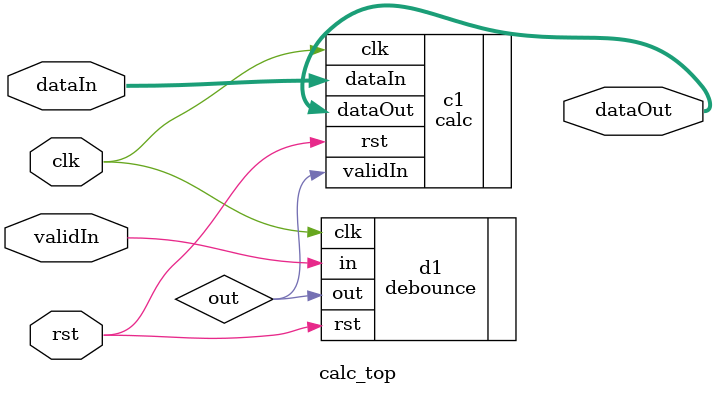
<source format=v>
`timescale 1ns / 1ps

module calc_top(clk,rst,validIn, dataOut, dataIn);
    input clk, rst, validIn;
    input [15:0] dataIn;
    output [15:0] dataOut;
    wire out;
    debounce d1 (.clk(clk), .rst(rst), .in(validIn), .out(out));
    calc c1 (.clk(clk), .rst(rst), .validIn(out), .dataIn(dataIn), .dataOut(dataOut));       
endmodule

</source>
